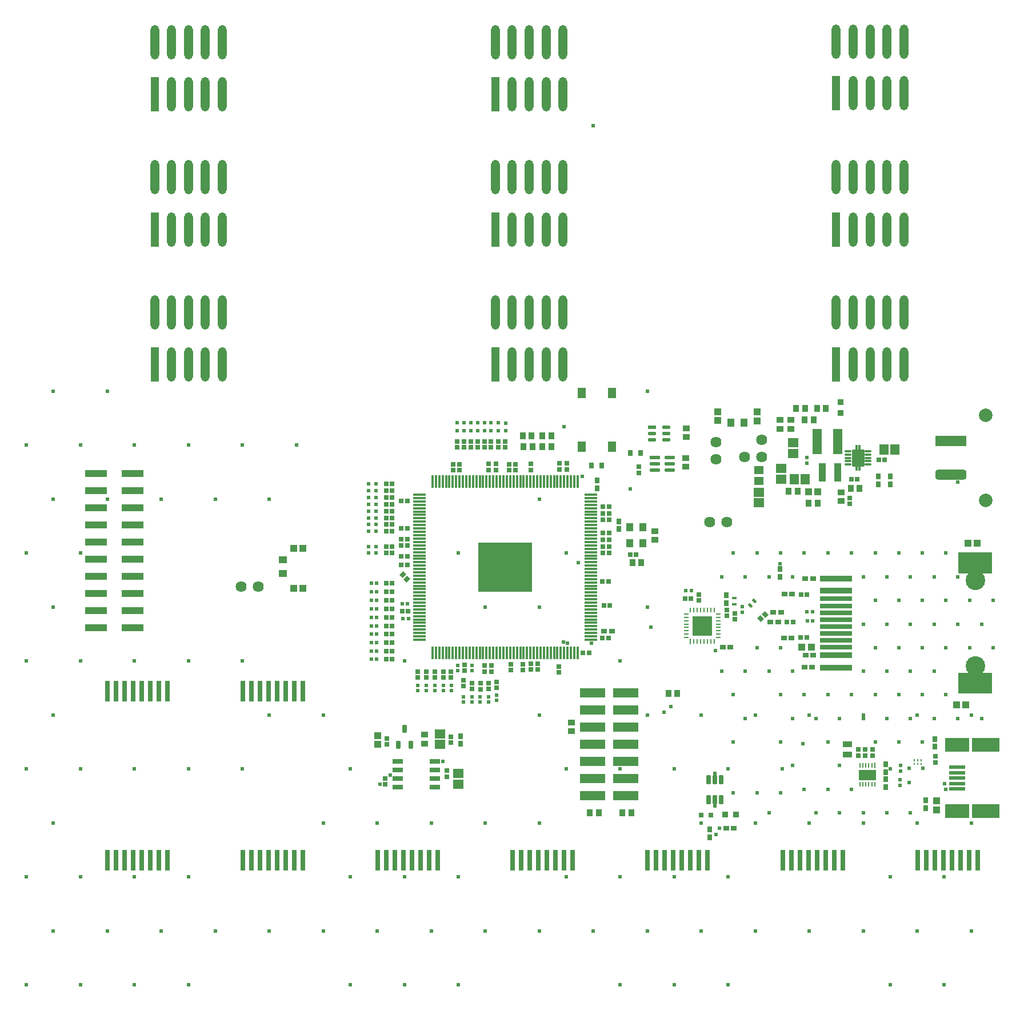
<source format=gts>
%FSTAX23Y23*%
%MOIN*%
%SFA1B1*%

%IPPOS*%
%AMD27*
4,1,8,0.004400,-0.012200,0.004400,0.012200,0.000000,0.016500,0.000000,0.016500,-0.004400,0.012200,-0.004400,-0.012200,0.000000,-0.016500,0.000000,-0.016500,0.004400,-0.012200,0.0*
1,1,0.008756,0.000000,-0.012200*
1,1,0.008756,0.000000,0.012200*
1,1,0.008756,0.000000,0.012200*
1,1,0.008756,0.000000,-0.012200*
%
%AMD30*
4,1,8,0.014200,0.010500,-0.014200,0.010500,-0.024700,0.000000,-0.024700,0.000000,-0.014200,-0.010500,0.014200,-0.010500,0.024700,0.000000,0.024700,0.000000,0.014200,0.010500,0.0*
1,1,0.020953,0.014200,0.000000*
1,1,0.020953,-0.014200,0.000000*
1,1,0.020953,-0.014200,0.000000*
1,1,0.020953,0.014200,0.000000*
%
%AMD33*
4,1,8,0.019300,0.011300,-0.019300,0.011300,-0.030600,0.000000,-0.030600,0.000000,-0.019300,-0.011300,0.019300,-0.011300,0.030600,0.000000,0.030600,0.000000,0.019300,0.011300,0.0*
1,1,0.022528,0.019300,0.000000*
1,1,0.022528,-0.019300,0.000000*
1,1,0.022528,-0.019300,0.000000*
1,1,0.022528,0.019300,0.000000*
%
%AMD55*
4,1,8,-0.004800,0.011200,-0.004800,-0.011200,0.000000,-0.015900,0.000000,-0.015900,0.004800,-0.011200,0.004800,0.011200,0.000000,0.015900,0.000000,0.015900,-0.004800,0.011200,0.0*
1,1,0.009543,0.000000,0.011200*
1,1,0.009543,0.000000,-0.011200*
1,1,0.009543,0.000000,-0.011200*
1,1,0.009543,0.000000,0.011200*
%
%AMD56*
4,1,8,-0.015900,0.000000,-0.015900,0.000000,-0.011200,-0.004800,0.011200,-0.004800,0.015900,0.000000,0.015900,0.000000,0.011200,0.004800,-0.011200,0.004800,-0.015900,0.000000,0.0*
1,1,0.009543,-0.011200,0.000000*
1,1,0.009543,-0.011200,0.000000*
1,1,0.009543,0.011200,0.000000*
1,1,0.009543,0.011200,0.000000*
%
%AMD84*
4,1,4,-0.003100,0.015600,-0.015600,0.003100,0.003100,-0.015600,0.015600,-0.003100,-0.003100,0.015600,0.0*
%
%AMD89*
4,1,8,0.019500,-0.003500,0.019500,0.003500,0.014700,0.008300,-0.014700,0.008300,-0.019500,0.003500,-0.019500,-0.003500,-0.014700,-0.008300,0.014700,-0.008300,0.019500,-0.003500,0.0*
1,1,0.009480,0.014700,-0.003500*
1,1,0.009480,0.014700,0.003500*
1,1,0.009480,-0.014700,0.003500*
1,1,0.009480,-0.014700,-0.003500*
%
%AMD90*
4,1,8,-0.030500,-0.050000,0.030500,-0.050000,0.035200,-0.045300,0.035200,0.045300,0.030500,0.050000,-0.030500,0.050000,-0.035200,0.045300,-0.035200,-0.045300,-0.030500,-0.050000,0.0*
1,1,0.009409,-0.030500,-0.045300*
1,1,0.009409,0.030500,-0.045300*
1,1,0.009409,0.030500,0.045300*
1,1,0.009409,-0.030500,0.045300*
%
%AMD101*
4,1,8,-0.090600,0.013800,-0.090600,-0.013800,-0.074800,-0.029600,0.074800,-0.029600,0.090600,-0.013800,0.090600,0.013800,0.074800,0.029600,-0.074800,0.029600,-0.090600,0.013800,0.0*
1,1,0.031559,-0.074800,0.013800*
1,1,0.031559,-0.074800,-0.013800*
1,1,0.031559,0.074800,-0.013800*
1,1,0.031559,0.074800,0.013800*
%
%AMD104*
4,1,8,-0.009800,-0.021700,0.009800,-0.021700,0.013800,-0.017700,0.013800,0.017700,0.009800,0.021700,-0.009800,0.021700,-0.013800,0.017700,-0.013800,-0.017700,-0.009800,-0.021700,0.0*
1,1,0.008016,-0.009800,-0.017700*
1,1,0.008016,0.009800,-0.017700*
1,1,0.008016,0.009800,0.017700*
1,1,0.008016,-0.009800,0.017700*
%
%AMD112*
4,1,8,0.030500,-0.009800,0.030500,0.009800,0.026500,0.013800,-0.026500,0.013800,-0.030500,0.009800,-0.030500,-0.009800,-0.026500,-0.013800,0.026500,-0.013800,0.030500,-0.009800,0.0*
1,1,0.008016,0.026500,-0.009800*
1,1,0.008016,0.026500,0.009800*
1,1,0.008016,-0.026500,0.009800*
1,1,0.008016,-0.026500,-0.009800*
%
%AMD114*
4,1,8,0.010900,0.025600,-0.010900,0.025600,-0.014800,0.021700,-0.014800,-0.021700,-0.010900,-0.025600,0.010900,-0.025600,0.014800,-0.021700,0.014800,0.021700,0.010900,0.025600,0.0*
1,1,0.007843,0.010900,0.021700*
1,1,0.007843,-0.010900,0.021700*
1,1,0.007843,-0.010900,-0.021700*
1,1,0.007843,0.010900,-0.021700*
%
%AMD124*
4,1,4,-0.020000,0.000500,0.000500,-0.020000,0.020000,-0.000500,-0.000500,0.020000,-0.020000,0.000500,0.0*
%
%AMD126*
4,1,4,0.000500,0.020000,-0.020000,-0.000500,-0.000500,-0.020000,0.020000,0.000500,0.000500,0.020000,0.0*
%
%ADD24R,0.012303X0.076976*%
%ADD25R,0.076976X0.012303*%
%ADD26R,0.042000X0.047000*%
G04~CAMADD=27~8~0.0~0.0~330.6~87.6~43.8~0.0~15~0.0~0.0~0.0~0.0~0~0.0~0.0~0.0~0.0~0~0.0~0.0~0.0~270.0~88.0~330.0*
%ADD27D27*%
%ADD28R,0.008760X0.033059*%
%ADD29R,0.049386X0.020949*%
G04~CAMADD=30~8~0.0~0.0~493.9~209.5~104.8~0.0~15~0.0~0.0~0.0~0.0~0~0.0~0.0~0.0~0.0~0~0.0~0.0~0.0~0.0~493.9~209.5*
%ADD30D30*%
%ADD32R,0.061197X0.022524*%
G04~CAMADD=33~8~0.0~0.0~612.0~225.2~112.6~0.0~15~0.0~0.0~0.0~0.0~0~0.0~0.0~0.0~0.0~0~0.0~0.0~0.0~0.0~612.0~225.2*
%ADD33D33*%
%ADD37R,0.051181X0.061024*%
%ADD47R,0.057331X0.049405*%
%ADD48R,0.049212X0.039370*%
%ADD49R,0.023622X0.021654*%
%ADD50R,0.026575X0.017716*%
%ADD51R,0.031496X0.035433*%
%ADD52R,0.053150X0.037401*%
%ADD53R,0.020472X0.020472*%
%ADD54R,0.009547X0.031874*%
G04~CAMADD=55~8~0.0~0.0~318.7~95.5~47.7~0.0~15~0.0~0.0~0.0~0.0~0~0.0~0.0~0.0~0.0~0~0.0~0.0~0.0~90.0~96.0~319.0*
%ADD55D55*%
G04~CAMADD=56~8~0.0~0.0~95.5~318.7~47.7~0.0~15~0.0~0.0~0.0~0.0~0~0.0~0.0~0.0~0.0~0~0.0~0.0~0.0~90.0~319.0~95.0*
%ADD56D56*%
%ADD57R,0.023622X0.019685*%
%ADD61R,0.020472X0.020472*%
%ADD62R,0.028000X0.122000*%
%ADD73R,0.031496X0.031496*%
%ADD77R,0.039370X0.049212*%
%ADD79R,0.019685X0.023622*%
G04~CAMADD=84~9~0.0~0.0~177.2~265.7~0.0~0.0~0~0.0~0.0~0.0~0.0~0~0.0~0.0~0.0~0.0~0~0.0~0.0~0.0~45.0~312.0~311.0*
%ADD84D84*%
%ADD87R,0.317716X0.288582*%
%ADD88R,0.100393X0.064960*%
G04~CAMADD=89~8~0.0~0.0~165.4~389.8~47.4~0.0~15~0.0~0.0~0.0~0.0~0~0.0~0.0~0.0~0.0~0~0.0~0.0~0.0~270.0~390.0~166.0*
%ADD89D89*%
G04~CAMADD=90~8~0.0~0.0~704.7~1000.0~47.0~0.0~15~0.0~0.0~0.0~0.0~0~0.0~0.0~0.0~0.0~0~0.0~0.0~0.0~180.0~704.0~999.0*
%ADD90D90*%
%ADD91R,0.185102X0.035890*%
%ADD92R,0.185102X0.028016*%
%ADD93R,0.027622X0.031559*%
%ADD94R,0.148882X0.054000*%
%ADD95R,0.040496X0.110299*%
%ADD96R,0.054307X0.149669*%
%ADD97R,0.092582X0.023685*%
%ADD98R,0.161480X0.084708*%
%ADD99R,0.141795X0.084708*%
%ADD100R,0.181165X0.059118*%
G04~CAMADD=101~8~0.0~0.0~591.2~1811.7~157.8~0.0~15~0.0~0.0~0.0~0.0~0~0.0~0.0~0.0~0.0~0~0.0~0.0~0.0~90.0~1812.0~592.0*
%ADD101D101*%
%ADD102R,0.118110X0.118110*%
%ADD103R,0.041401X0.037464*%
G04~CAMADD=104~8~0.0~0.0~276.2~433.7~40.1~0.0~15~0.0~0.0~0.0~0.0~0~0.0~0.0~0.0~0.0~0~0.0~0.0~0.0~180.0~276.0~434.0*
%ADD104D104*%
%ADD105R,0.021716X0.023685*%
%ADD106O,0.051244X0.200850*%
%ADD107R,0.051244X0.200850*%
%ADD108R,0.025653X0.027622*%
%ADD109R,0.039433X0.043370*%
%ADD110R,0.126047X0.043370*%
%ADD111R,0.059118X0.055181*%
G04~CAMADD=112~8~0.0~0.0~276.2~610.9~40.1~0.0~15~0.0~0.0~0.0~0.0~0~0.0~0.0~0.0~0.0~0~0.0~0.0~0.0~270.0~610.0~276.0*
%ADD112D112*%
%ADD113R,0.029197X0.027622*%
G04~CAMADD=114~8~0.0~0.0~295.9~512.4~39.2~0.0~15~0.0~0.0~0.0~0.0~0~0.0~0.0~0.0~0.0~0~0.0~0.0~0.0~0.0~295.9~512.4*
%ADD114D114*%
%ADD115R,0.027622X0.033527*%
%ADD116R,0.035496X0.033527*%
%ADD117R,0.037464X0.041401*%
%ADD118R,0.033527X0.027622*%
%ADD119R,0.027622X0.029197*%
%ADD120R,0.027622X0.025653*%
%ADD121R,0.023685X0.021716*%
%ADD122R,0.033527X0.035496*%
%ADD123R,0.043370X0.039433*%
G04~CAMADD=124~9~0.0~0.0~292.0~276.2~0.0~0.0~0~0.0~0.0~0.0~0.0~0~0.0~0.0~0.0~0.0~0~0.0~0.0~0.0~135.0~400.0~399.0*
%ADD124D124*%
%ADD125R,0.055181X0.059118*%
G04~CAMADD=126~9~0.0~0.0~292.0~276.2~0.0~0.0~0~0.0~0.0~0.0~0.0~0~0.0~0.0~0.0~0.0~0~0.0~0.0~0.0~45.0~400.0~399.0*
%ADD126D126*%
%ADD127R,0.015024X0.036693*%
%ADD128R,0.015024X0.036693*%
%ADD129R,0.015024X0.036697*%
%ADD130R,0.015024X0.036697*%
%ADD131C,0.114236*%
%ADD132C,0.078803*%
%ADD133C,0.064000*%
%ADD134C,0.023685*%
%LNmdriver2_control-1*%
%LPD*%
G36*
X05664Y02732D02*
X05664Y02732D01*
X05664Y02732*
X05665Y02732*
X05665Y02731*
X05665Y02731*
X05665Y02731*
X05665Y0273*
Y02612*
X05665Y02612*
X05665Y02611*
X05665Y02611*
X05665Y02611*
X05664Y02611*
X05664Y0261*
X05664Y0261*
X05663Y0261*
X05602*
X05602Y0261*
X05602Y0261*
X05601Y02611*
X05601Y02611*
Y02611*
X05597Y02614*
X05589Y02618*
X05581Y02621*
X05571Y02623*
X05562*
X05553Y02621*
X05544Y02618*
X05536Y02614*
X05533Y02611*
X05533Y02611*
X05533Y02611*
X05532Y02611*
X05532Y02611*
X05532Y0261*
X05532Y0261*
X05532Y0261*
X05532Y0261*
X05532Y0261*
X05532Y0261*
X05532*
X05532*
X05532Y0261*
X05532Y0261*
X05532Y0261*
X05532Y0261*
X05531*
X05531Y0261*
X05531Y0261*
X05531Y0261*
X0547*
X0547Y0261*
X0547Y0261*
X05469Y02611*
X05469Y02611*
X05469Y02611*
X05469Y02611*
X05468Y02612*
X05468Y02612*
Y0273*
X05468Y02731*
X05469Y02731*
X05469Y02731*
X05469Y02732*
X05469Y02732*
X0547Y02732*
X0547Y02732*
X0547Y02732*
X05663*
X05664Y02732*
G37*
G36*
Y0203D02*
X05664Y0203D01*
X05664Y0203*
X05665Y02029*
X05665Y02029*
X05665Y02029*
X05665Y02028*
X05665Y02028*
Y0191*
X05665Y01909*
X05665Y01909*
X05665Y01909*
X05665Y01908*
X05664Y01908*
X05664Y01908*
X05664Y01908*
X05663Y01908*
X0547*
X0547Y01908*
X0547Y01908*
X05469Y01908*
X05469Y01908*
X05469Y01909*
X05469Y01909*
X05468Y01909*
X05468Y0191*
Y02028*
X05468Y02028*
X05469Y02029*
X05469Y02029*
X05469Y02029*
X05469Y0203*
X0547Y0203*
X0547Y0203*
X0547Y0203*
X05531*
X05531Y0203*
X05531*
X05531*
X05532Y0203*
X05532Y0203*
X05532Y0203*
X05532Y0203*
X05532Y0203*
X05532Y0203*
X05532Y0203*
X05532Y0203*
X05532Y0203*
X05532Y0203*
X05532Y0203*
X05533Y0203*
X05533Y0203*
X05533Y02029*
X05536Y02027*
X05544Y02022*
X05553Y02019*
X05562Y02017*
X05571*
X05581Y02019*
X05589Y02022*
X05597Y02027*
X05601Y0203*
Y0203*
X05601Y0203*
X05602Y0203*
X05602Y0203*
X05602Y0203*
X05663*
X05664Y0203*
G37*
G36*
X05254Y01526D02*
X05254Y01525D01*
X05255Y01525*
Y01524*
Y01516*
Y01516*
X05254Y01515*
X05254Y01515*
X05253Y01514*
X05248*
X05248Y01515*
X05247Y01515*
X05247Y01516*
Y01516*
Y01524*
Y01525*
X05247Y01525*
X05248Y01526*
X05248Y01526*
X05253*
X05254Y01526*
G37*
G36*
X05234D02*
X05235Y01525D01*
X05235Y01525*
Y01524*
Y01516*
Y01516*
X05235Y01515*
X05234Y01515*
X05233Y01514*
X05229*
X05228Y01515*
X05227Y01515*
X05227Y01516*
Y01516*
Y01524*
Y01525*
X05227Y01525*
X05228Y01526*
X05229Y01526*
X05233*
X05234Y01526*
G37*
G36*
X05214D02*
X05215Y01525D01*
X05215Y01525*
Y01524*
Y01516*
Y01516*
X05215Y01515*
X05214Y01515*
X05214Y01514*
X05209*
X05208Y01515*
X05208Y01515*
X05207Y01516*
Y01516*
Y01524*
Y01525*
X05208Y01525*
X05208Y01526*
X05209Y01526*
X05214*
X05214Y01526*
G37*
G36*
X05254Y01502D02*
X05254Y01502D01*
X05255Y01501*
Y01501*
Y01493*
Y01492*
X05254Y01492*
X05254Y01491*
X05253Y01491*
X05248*
X05248Y01491*
X05247Y01492*
X05247Y01492*
Y01493*
Y01501*
Y01501*
X05247Y01502*
X05248Y01502*
X05248Y01503*
X05253*
X05254Y01502*
G37*
G36*
X05234D02*
X05235Y01502D01*
X05235Y01501*
Y01501*
Y01493*
Y01492*
X05235Y01492*
X05234Y01491*
X05233Y01491*
X05229*
X05228Y01491*
X05227Y01492*
X05227Y01492*
Y01493*
Y01501*
Y01501*
X05227Y01502*
X05228Y01502*
X05229Y01503*
X05233*
X05234Y01502*
G37*
G36*
X05214Y01504D02*
X05215Y01504D01*
X05215Y01503*
Y01503*
Y01493*
Y01492*
X05215Y01492*
X05214Y01491*
X05214Y01491*
X05209*
X05208Y01491*
X05208Y01492*
X05207Y01492*
Y01493*
Y01503*
Y01503*
X05208Y01504*
X05208Y01504*
X05209Y01505*
X05214*
X05214Y01504*
G37*
G54D24*
X024Y03145D03*
X0242D03*
X02439D03*
X02459D03*
X02479D03*
X02498D03*
X02518D03*
X02538D03*
X02557D03*
X02577D03*
X02597D03*
X02616D03*
X02636D03*
X02656D03*
X02676D03*
X02695D03*
X02715D03*
X02735D03*
X02754D03*
X02774D03*
X02794D03*
X02813D03*
X02833D03*
X02853D03*
X02872D03*
X02892D03*
X02912D03*
X02931D03*
X02951D03*
X02971D03*
X0299D03*
X0301D03*
X0303D03*
X0305D03*
X03069D03*
X03089D03*
X03109D03*
X03128D03*
X03148D03*
X03168D03*
X03187D03*
X03207D03*
X03227D03*
X03246D03*
Y02147D03*
X03227D03*
X03207D03*
X03187D03*
X03168D03*
X03148D03*
X03128D03*
X03109D03*
X03089D03*
X03069D03*
X0305D03*
X0303D03*
X0301D03*
X0299D03*
X02971D03*
X02951D03*
X02931D03*
X02912D03*
X02892D03*
X02872D03*
X02853D03*
X02833D03*
X02813D03*
X02794D03*
X02774D03*
X02754D03*
X02735D03*
X02715D03*
X02695D03*
X02676D03*
X02656D03*
X02636D03*
X02616D03*
X02597D03*
X02577D03*
X02557D03*
X02538D03*
X02518D03*
X02498D03*
X02479D03*
X02459D03*
X02439D03*
X0242D03*
X024D03*
G54D25*
X03322Y03069D03*
Y03049D03*
Y03029D03*
Y0301D03*
Y0299D03*
Y0297D03*
Y02951D03*
Y02931D03*
Y02911D03*
Y02892D03*
Y02872D03*
Y02852D03*
Y02833D03*
Y02813D03*
Y02793D03*
Y02774D03*
Y02754D03*
Y02734D03*
Y02714D03*
Y02695D03*
Y02675D03*
Y02655D03*
Y02636D03*
Y02616D03*
Y02596D03*
Y02577D03*
Y02557D03*
Y02537D03*
Y02518D03*
Y02498D03*
Y02478D03*
Y02459D03*
Y02439D03*
Y02419D03*
Y02399D03*
Y0238D03*
Y0236D03*
Y0234D03*
Y02321D03*
Y02301D03*
Y02281D03*
Y02262D03*
Y02242D03*
Y02222D03*
X02324D03*
Y02242D03*
Y02262D03*
Y02281D03*
Y02301D03*
Y02321D03*
Y0234D03*
Y0236D03*
Y0238D03*
Y02399D03*
Y02419D03*
Y02439D03*
Y02459D03*
Y02478D03*
Y02498D03*
Y02518D03*
Y02537D03*
Y02557D03*
Y02577D03*
Y02596D03*
Y02616D03*
Y02636D03*
Y02655D03*
Y02675D03*
Y02695D03*
Y02734D03*
Y02754D03*
Y02774D03*
Y02793D03*
Y02813D03*
Y02833D03*
Y02852D03*
Y02872D03*
Y02892D03*
Y03029D03*
Y02911D03*
Y02931D03*
Y02951D03*
Y0297D03*
Y0299D03*
Y0301D03*
Y03049D03*
Y03069D03*
Y02714D03*
G54D26*
X03627Y02787D03*
Y02878D03*
X0355D03*
Y02787D03*
G54D27*
X04981Y01379D03*
X04963D03*
X04945D03*
X04927D03*
X0491D03*
X04892D03*
Y0149D03*
X0491D03*
X04927D03*
X04945D03*
X04963D03*
G54D28*
X04981Y0149D03*
G54D29*
X0368Y03464D03*
G54D30*
X0368Y03427D03*
Y03389D03*
X03763D03*
Y03427D03*
Y03464D03*
G54D32*
X03698Y03287D03*
G54D33*
X03698Y03249D03*
Y03212D03*
X03785D03*
Y03249D03*
Y03287D03*
G54D37*
X03269Y03349D03*
Y03662D03*
X03446Y03349D03*
Y03662D03*
G54D47*
X04302Y03213D03*
Y03148D03*
G54D48*
X01527Y02688D03*
Y0261D03*
G54D49*
X04584Y03285D03*
Y03254D03*
G54D50*
X04159Y02429D03*
Y02465D03*
G54D51*
X03328Y0324D03*
X03387D03*
X03554Y03314D03*
X03613D03*
G54D52*
X0482Y01611D03*
Y01552D03*
G54D53*
X05128Y01406D03*
Y01374D03*
X02629Y02043D03*
Y02074D03*
X02547Y02043D03*
Y02074D03*
X04206Y02384D03*
Y02416D03*
X05129Y01488D03*
Y01456D03*
G54D54*
X03905Y02212D03*
G54D55*
X03924Y02212D03*
X03944D03*
X03964D03*
X03984D03*
X04003D03*
X04023D03*
X04043D03*
Y02397D03*
X04023D03*
X04003D03*
X03984D03*
X03964D03*
X03944D03*
X03924D03*
X03905D03*
G54D56*
X04066Y02236D03*
Y02255D03*
Y02275D03*
Y02295D03*
Y02314D03*
Y02334D03*
Y02354D03*
Y02373D03*
X03881D03*
Y02354D03*
Y02334D03*
Y02314D03*
Y02295D03*
Y02275D03*
Y02255D03*
Y02236D03*
G54D57*
X0207Y03131D03*
X02027D03*
X0207Y02856D03*
X02027D03*
X0207Y03013D03*
X02027D03*
X0207Y02974D03*
X02027D03*
X0207Y02934D03*
X02027D03*
X0207Y02895D03*
X02027D03*
X0207Y03052D03*
X02027D03*
X0207Y03092D03*
X02027D03*
X0207Y02767D03*
X02027D03*
X0207Y02728D03*
X02027D03*
G54D61*
X02259Y02346D03*
X02228D03*
X04586Y02334D03*
X04617D03*
X04585Y02387D03*
X04616D03*
X02224Y02432D03*
X02255D03*
X03877Y02508D03*
X03909D03*
G54D62*
X0243Y00937D03*
X0238D03*
X0233D03*
X0228D03*
X0223D03*
X0218D03*
X0213D03*
X0208D03*
X01643Y01921D03*
X01593D03*
X01543D03*
X01493D03*
X01443D03*
X01393D03*
X01343D03*
X01293D03*
X00505Y00937D03*
X00555D03*
X00605D03*
X00655D03*
X00705D03*
X00755D03*
X00805D03*
X00855D03*
X00505Y01921D03*
X00555D03*
X00605D03*
X00655D03*
X00705D03*
X00755D03*
X00805D03*
X00855D03*
X03655Y00937D03*
X03705D03*
X03755D03*
X03805D03*
X03855D03*
X03905D03*
X03955D03*
X04005D03*
X01293D03*
X01343D03*
X01393D03*
X01443D03*
X01493D03*
X01543D03*
X01593D03*
X01643D03*
X04442D03*
X04492D03*
X04542D03*
X04592D03*
X04642D03*
X04692D03*
X04742D03*
X04792D03*
X0523D03*
X0528D03*
X0533D03*
X0538D03*
X0543D03*
X0548D03*
X0553D03*
X0558D03*
X02868D03*
X02918D03*
X02968D03*
X03018D03*
X03068D03*
X03118D03*
X03168D03*
X03218D03*
G54D73*
X03966Y012D03*
X04025D03*
G54D77*
X04218Y03489D03*
X0414D03*
G54D79*
X02741Y03488D03*
Y03444D03*
X02702D03*
Y03488D03*
X02545Y03444D03*
Y03488D03*
X02785Y03444D03*
Y03488D03*
X02623Y03444D03*
Y03488D03*
X02826Y03442D03*
Y03486D03*
X02584Y03444D03*
Y03488D03*
X02663Y03444D03*
Y03488D03*
G54D84*
X04278Y02449D03*
X04252Y02423D03*
G54D87*
X02823Y02646D03*
G54D88*
X04936Y01434D03*
G54D89*
X0494Y03284D03*
X04824Y03304D03*
Y03265D03*
X0494Y03245D03*
X04824Y03324D03*
Y03245D03*
X0494Y03304D03*
Y03324D03*
Y03265D03*
X04824Y03284D03*
G54D90*
X04882Y03284D03*
G54D91*
X04752Y0206D03*
Y0258D03*
Y02508D03*
Y02132D03*
G54D92*
X04752Y02461D03*
Y0218D03*
Y0242D03*
Y0222D03*
Y0238D03*
Y0226D03*
Y023D03*
Y0234D03*
G54D93*
X05332Y01507D03*
Y01543D03*
G54D94*
X03333Y01812D03*
Y01712D03*
Y01612D03*
Y01512D03*
Y01412D03*
Y01312D03*
Y01912D03*
X03528D03*
Y01812D03*
Y01712D03*
Y01612D03*
Y01512D03*
Y01412D03*
Y01312D03*
G54D95*
X04674Y032D03*
X04764D03*
G54D96*
X04644Y03379D03*
X04762D03*
G54D97*
X05461Y01478D03*
Y01383D03*
Y01352D03*
Y01415D03*
Y01446D03*
G54D98*
X05627Y01609D03*
Y01221D03*
G54D99*
X0546Y01221D03*
Y01609D03*
G54D100*
X05424Y03383D03*
G54D101*
X05424Y03186D03*
G54D102*
X03974Y02304D03*
G54D103*
X02355Y01669D03*
Y01617D03*
X04784Y03032D03*
Y03083D03*
X03696Y02856D03*
Y02805D03*
X03879Y03456D03*
Y03405D03*
X03877Y03284D03*
Y03233D03*
X0321Y01688D03*
Y0174D03*
X04491Y03454D03*
Y03505D03*
X04428D03*
Y03454D03*
G54D104*
X02236Y01703D03*
X02274Y01609D03*
X02199D03*
G54D105*
X02314Y01926D03*
Y01955D03*
X02629Y01888D03*
Y01859D03*
X02678Y01889D03*
Y01859D03*
X02728Y01888D03*
Y01859D03*
X02775Y01899D03*
Y01869D03*
X02511Y01926D03*
Y01955D03*
X0258Y01889D03*
Y01859D03*
X02364Y01926D03*
Y01955D03*
X02413Y01926D03*
Y01955D03*
X02462Y01926D03*
Y01955D03*
G54D106*
X01173Y04921D03*
X01074D03*
X00976D03*
X00877D03*
X00779D03*
X01173Y04617D03*
X01074D03*
X00976D03*
X00877D03*
X03161Y05708D03*
X03062D03*
X02964D03*
X02865D03*
X02767D03*
X03161Y05405D03*
X03062D03*
X02964D03*
X02865D03*
Y0383D03*
X02964D03*
X03062D03*
X03161D03*
X02767Y04133D03*
X02865D03*
X02964D03*
X03062D03*
X03161D03*
X05149D03*
X05051D03*
X04952D03*
X04854D03*
X04755D03*
X05149Y0383D03*
X05051D03*
X04952D03*
X04854D03*
X03161Y04921D03*
X03062D03*
X02964D03*
X02865D03*
X02767D03*
X03161Y04617D03*
X03062D03*
X02964D03*
X02865D03*
X05149Y04921D03*
X05051D03*
X04952D03*
X04854D03*
X04755D03*
X05149Y04617D03*
X05051D03*
X04952D03*
X04854D03*
X05149Y05714D03*
X05051D03*
X04952D03*
X04854D03*
X04755D03*
X05149Y05411D03*
X05051D03*
X04952D03*
X04854D03*
X00877Y0383D03*
X00976D03*
X01074D03*
X01173D03*
X00779Y04133D03*
X00877D03*
X00976D03*
X01074D03*
X01173D03*
X00877Y05405D03*
X00976D03*
X01074D03*
X01173D03*
X00779Y05708D03*
X00877D03*
X00976D03*
X01074D03*
X01173D03*
G54D107*
X00779Y04617D03*
X02767Y05405D03*
Y0383D03*
X04755D03*
X02767Y04617D03*
X04755D03*
Y05411D03*
X00779Y0383D03*
Y05405D03*
G54D108*
X02823Y03345D03*
Y03378D03*
X02785D03*
Y03345D03*
X02741D03*
Y03378D03*
X02702D03*
Y03345D03*
X02663Y03378D03*
Y03345D03*
X02623Y03378D03*
Y03345D03*
X02584Y03378D03*
Y03345D03*
X02545Y03378D03*
Y03345D03*
G54D109*
X04609Y0218D03*
X04555D03*
X05457Y01841D03*
X0551D03*
X01642Y02521D03*
X01589D03*
X01642Y02757D03*
X01589D03*
X05576Y02787D03*
X05523D03*
X04592Y03087D03*
X04646D03*
G54D110*
X0065Y02294D03*
Y02394D03*
Y02494D03*
X00437Y02294D03*
Y02394D03*
Y02494D03*
X0065Y02594D03*
X00437D03*
X0065Y02794D03*
X00437D03*
X0065Y02894D03*
X00437D03*
X0065Y02994D03*
X00437D03*
X0065Y03094D03*
X00437D03*
X0065Y03194D03*
X00437D03*
Y02694D03*
X0065D03*
G54D111*
X0255Y01441D03*
Y01378D03*
X04302Y03021D03*
Y03084D03*
X02445Y01611D03*
Y01674D03*
X04503Y0331D03*
Y03373D03*
X04432Y0316D03*
Y03223D03*
G54D112*
X02412Y01363D03*
Y01413D03*
Y01463D03*
Y01513D03*
X02197Y01363D03*
Y01413D03*
Y01463D03*
Y01513D03*
G54D113*
X02123Y01379D03*
Y01413D03*
X02482Y01458D03*
Y01423D03*
X03603Y03197D03*
Y03231D03*
X02928Y02045D03*
Y0208D03*
X02972Y02084D03*
Y02049D03*
X03015D03*
Y02084D03*
X02972Y03214D03*
Y03249D03*
X02858Y0208D03*
Y02045D03*
X02728Y03214D03*
Y03249D03*
X02771Y03214D03*
Y03249D03*
X02846Y03212D03*
Y03247D03*
X02885Y03212D03*
Y03247D03*
X0268Y01934D03*
Y01969D03*
X02704Y02072D03*
Y02037D03*
X02314Y02002D03*
Y02036D03*
X02629Y01935D03*
Y01969D03*
X02728Y01935D03*
Y01969D03*
X02775Y01943D03*
Y01977D03*
X02507Y02002D03*
Y02036D03*
X04832Y0305D03*
Y03015D03*
X03953Y02451D03*
Y02485D03*
X04163Y02342D03*
Y02377D03*
X04118Y02361D03*
Y02396D03*
X04925Y01582D03*
Y01547D03*
X04882Y01582D03*
Y01547D03*
X04968Y01582D03*
Y01547D03*
X0258Y01952D03*
Y01987D03*
X02462Y02002D03*
Y02036D03*
X02413Y02002D03*
Y02036D03*
X02364Y02002D03*
Y02036D03*
X02508Y01656D03*
Y01622D03*
X02135Y01611D03*
Y01646D03*
X02558Y03247D03*
X03136Y02032D03*
X0314Y03251D03*
X02743Y02037D03*
X02519Y03247D03*
X03184Y03251D03*
X02588Y02041D03*
X03184Y03217D03*
X02519Y03212D03*
X02743Y02072D03*
X0314Y03217D03*
X03136Y02066D03*
X02558Y03212D03*
X02588Y02076D03*
G54D114*
X04084Y01289D03*
X04047D03*
X04009D03*
Y01405D03*
X04047D03*
X04084D03*
G54D115*
X04426Y0259D03*
Y02635D03*
X05043Y0141D03*
Y01364D03*
Y01449D03*
Y01495D03*
X05278Y0124D03*
Y01286D03*
X04017Y0107D03*
Y01115D03*
X04115Y02483D03*
Y02437D03*
X02564Y0166D03*
Y01615D03*
X0336Y03151D03*
Y03105D03*
X0507Y0313D03*
Y03175D03*
X05001D03*
Y0313D03*
X05331Y01599D03*
Y01644D03*
X03486Y02868D03*
Y02914D03*
G54D116*
X04106Y01202D03*
X04169D03*
G54D117*
X04623Y03505D03*
X04571D03*
X04642Y03571D03*
X04693D03*
X04521Y03571D03*
X04573D03*
X04478Y03088D03*
X0453D03*
X04839Y03107D03*
X0489D03*
X04594Y0302D03*
X04646D03*
X03317Y01212D03*
X03369D03*
X03559D03*
X03507D03*
X03827Y01909D03*
X03776D03*
X02982Y03349D03*
X0293D03*
X02978Y03412D03*
X02927D03*
X03092Y03349D03*
X03041D03*
X03092Y03412D03*
X03041D03*
X03567Y02673D03*
X03618D03*
G54D118*
X04576Y02133D03*
X04621D03*
X04113Y01123D03*
X04158D03*
X04452Y02488D03*
X04497D03*
X03401Y02274D03*
X03446D03*
X04386Y02381D03*
X04432D03*
X0437Y02325D03*
X04416D03*
X04495Y02234D03*
X0445D03*
X04092Y02178D03*
X04137D03*
X04574Y02578D03*
X04619D03*
X04569Y02062D03*
X04615D03*
G54D119*
X04584Y02487D03*
X04549D03*
X03391Y02232D03*
X03426D03*
X03391Y02562D03*
X03426D03*
X02253Y02771D03*
X02218D03*
X02164Y02157D03*
X0213D03*
X02164Y02354D03*
X0213D03*
X02164Y02403D03*
X0213D03*
Y02108D03*
X02164D03*
X03395Y02999D03*
X0343D03*
X04844Y03158D03*
X04878D03*
X05002Y03272D03*
X05036D03*
X04548Y02235D03*
X04583D03*
X04502Y02325D03*
X04467D03*
X03908Y02464D03*
X03874D03*
X02164Y02551D03*
X0213D03*
X02164Y02502D03*
X0213D03*
X02164Y02452D03*
X0213D03*
X02164Y02304D03*
X0213D03*
X02164Y02255D03*
X0213D03*
X02164Y02206D03*
X0213D03*
X0343Y02921D03*
X03395D03*
X0343Y02728D03*
X03395D03*
X02218Y02708D03*
X0343Y02846D03*
X02217Y02873D03*
X02218Y03033D03*
X03312Y02145D03*
X0343Y02767D03*
X03587Y0272D03*
X02218Y0281D03*
X03435Y02423D03*
X02218Y02659D03*
X0343Y0296D03*
Y02806D03*
X02222Y02389D03*
X03395Y02806D03*
Y0296D03*
X02253Y02659D03*
X03401Y02423D03*
X02253Y0281D03*
X03552Y0272D03*
X03395Y02767D03*
X03277Y02145D03*
X02253Y03033D03*
X02252Y02873D03*
X03395Y02846D03*
X02253Y02708D03*
X02257Y02389D03*
G54D120*
X0213Y02728D03*
Y03131D03*
Y03092D03*
Y03052D03*
Y03013D03*
Y02974D03*
Y02934D03*
Y02895D03*
Y02856D03*
X02164Y02728D03*
Y03131D03*
Y03092D03*
Y03052D03*
Y03013D03*
Y02974D03*
Y02934D03*
Y02895D03*
Y02856D03*
X0213Y02767D03*
X02164D03*
G54D121*
X02044Y02157D03*
X02073D03*
X02044Y02354D03*
X02073D03*
X02044Y02403D03*
X02073D03*
Y02108D03*
X02044D03*
X02073Y02452D03*
X02044D03*
X02073Y02502D03*
X02044D03*
Y02206D03*
X02073D03*
Y02551D03*
X02044D03*
Y02255D03*
X02073D03*
X02044Y02304D03*
X02073D03*
G54D122*
X04781Y03608D03*
Y03545D03*
G54D123*
X0208Y01664D03*
Y01611D03*
X04063Y03554D03*
Y03501D03*
X04294Y03551D03*
Y03498D03*
X05339Y01229D03*
Y01282D03*
G54D124*
X04339Y02369D03*
X04314Y02345D03*
G54D125*
X0451Y0316D03*
X04573D03*
X05098Y03332D03*
X05035D03*
G54D126*
X02226Y02601D03*
X02251Y02577D03*
G54D127*
X04891Y03226D03*
G54D128*
X04872Y03226D03*
G54D129*
X04872Y03343D03*
G54D130*
X04891Y03343D03*
G54D131*
X05567Y0257D03*
Y0207D03*
G54D132*
X05627Y03532D03*
Y03036D03*
G54D133*
X01383Y02531D03*
X0422Y0329D03*
X0432D03*
Y0339D03*
X04052Y03276D03*
X04118Y02908D03*
X01283Y02531D03*
X04018Y02908D03*
X04052Y03376D03*
G54D134*
X05543Y01783D03*
Y01153D03*
X05385Y00838D03*
X05543Y00523D03*
X05385Y00208D03*
X05228Y01783D03*
X0507Y01468D03*
X05228Y01153D03*
X0507Y00838D03*
X05228Y00523D03*
X0507Y00208D03*
X04913Y01783D03*
Y01153D03*
Y00523D03*
X04598Y01783D03*
X0444Y01468D03*
X04598Y01153D03*
Y00523D03*
X04283Y01783D03*
X04125Y01468D03*
X04283Y01153D03*
X04125Y00838D03*
X04283Y00523D03*
X04125Y00208D03*
X03968Y01783D03*
X0381Y01468D03*
X03968Y01153D03*
X0381Y00838D03*
X03968Y00523D03*
X0381Y00208D03*
X03653Y03673D03*
Y02413D03*
X03495Y02098D03*
X03653Y01783D03*
X03495Y01468D03*
Y00838D03*
X03653Y00523D03*
X03495Y00208D03*
X0318Y02728D03*
Y01468D03*
Y00838D03*
X03338Y00523D03*
X03023Y03043D03*
Y02413D03*
Y01783D03*
Y01153D03*
Y00523D03*
X02551Y02728D03*
X02708Y02413D03*
Y01153D03*
X02551Y00838D03*
X02708Y00523D03*
X02551Y00208D03*
X02236Y02098D03*
X02393Y01153D03*
X02236Y00838D03*
X02393Y00523D03*
X02236Y00208D03*
X01921Y01468D03*
X02078Y01153D03*
X01921Y00838D03*
X02078Y00523D03*
X01921Y00208D03*
X01606Y03358D03*
X01763Y01783D03*
Y01153D03*
Y00523D03*
X01291Y03358D03*
X01448Y03043D03*
X01291Y02098D03*
X01448Y01783D03*
X01291Y01468D03*
X01448Y00523D03*
X00976Y03358D03*
X01133Y03043D03*
X00976Y02098D03*
Y01468D03*
Y00838D03*
X01133Y00523D03*
X00976Y00208D03*
X00661Y03358D03*
X00818Y03043D03*
X00661Y02098D03*
Y01468D03*
Y00838D03*
X00818Y00523D03*
X00661Y00208D03*
X00503Y03673D03*
X00346Y03358D03*
X00503Y03043D03*
X00346Y02728D03*
Y02098D03*
Y01468D03*
Y00838D03*
X00503Y00523D03*
X00346Y00208D03*
X00188Y03673D03*
X00031Y03358D03*
X00188Y03043D03*
X00031Y02728D03*
X00188Y02413D03*
X00031Y02098D03*
X00188Y01783D03*
X00031Y01468D03*
X00188Y01153D03*
X00031Y00838D03*
X00188Y00523D03*
X00031Y00208D03*
X04055Y01087D03*
X04075Y01124D03*
X03673Y02295D03*
X03327Y02203D03*
X0456Y01617D03*
X04499Y01763D03*
X04775Y01488D03*
X04844Y0135D03*
X03166Y03466D03*
X0325Y02673D03*
X03338Y05222D03*
X03274Y03177D03*
X03552Y03103D03*
X04049Y0216D03*
X02154Y01432D03*
X02459Y01513D03*
X02094Y01379D03*
X05386Y01383D03*
X05261Y01474D03*
X05181Y0139D03*
Y01474D03*
X04426Y02665D03*
X04293Y0133D03*
X0443D03*
X04155D03*
X04047Y01443D03*
X03751Y018D03*
X0379Y01832D03*
X03163Y0221D03*
X03187Y02203D03*
X04047Y01251D03*
X05671Y02452D03*
X05602Y02314D03*
X05671Y02177D03*
X05602Y01763D03*
X05464Y03141D03*
Y0259D03*
X05533Y02452D03*
X05464Y02314D03*
X05533Y02177D03*
X05464Y01763D03*
X05395Y02728D03*
X05326Y0259D03*
X05395Y02452D03*
X05326Y02314D03*
X05395Y02177D03*
X05326Y02039D03*
X05395Y01901D03*
X05326Y01763D03*
X05395Y0135D03*
X05257Y02728D03*
X05188Y0259D03*
X05257Y02452D03*
X05188Y02314D03*
X05257Y02177D03*
X05188Y02039D03*
X05257Y01901D03*
X05188Y01763D03*
X05257Y01625D03*
X05188Y01212D03*
X05119Y02728D03*
X05051Y0259D03*
X05119Y02452D03*
X05051Y02314D03*
X05119Y02177D03*
X05051Y02039D03*
X05119Y01901D03*
X05051Y01763D03*
X05119Y01625D03*
X05051Y01212D03*
X04982Y02728D03*
X04913Y0259D03*
X04982Y02452D03*
X04913Y02314D03*
X04982Y02177D03*
X04913Y02039D03*
X04982Y01901D03*
X04913Y01763D03*
X04982Y01625D03*
X04913Y01212D03*
X04844Y02728D03*
Y01901D03*
X04775Y01763D03*
Y01212D03*
X04706Y02728D03*
Y01901D03*
X04637Y01763D03*
X04706Y01625D03*
Y0135D03*
X04637Y01212D03*
X04568Y02728D03*
X04499Y0259D03*
Y02039D03*
X04568Y01901D03*
X04499Y01488D03*
X04568Y0135D03*
X0443Y02728D03*
X04362Y0259D03*
X0443Y02177D03*
X04362Y02039D03*
X0443Y01901D03*
Y01625D03*
X04362Y01212D03*
X04293Y02728D03*
X04224Y0259D03*
X04293Y02177D03*
X04224Y02039D03*
Y01763D03*
X04155Y02728D03*
X04086Y0259D03*
Y02039D03*
X04155Y01901D03*
Y01625D03*
M02*
</source>
